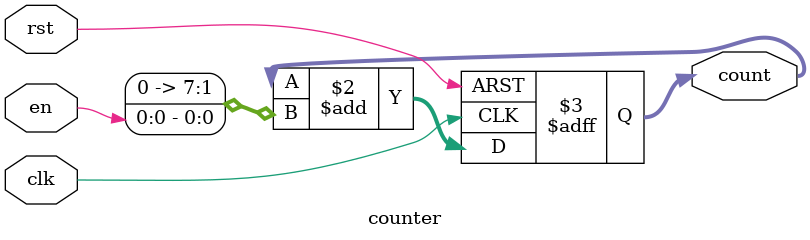
<source format=sv>
module counter #(

    parameter WIDTH = 8

) (

    // interface signals

    input logic              clk,     // clock

    input logic              rst,     // reset

    input logic              en,      // counter enable

    output logic [WIDTH-1:0] count    // count output

);

 

always_ff @(posedge clk or posedge rst) begin

    if (rst) count <= {WIDTH{1'b0}};

    else     count <= count + {{WIDTH-1{1'b0}}, en};

end

   

endmodule

</source>
